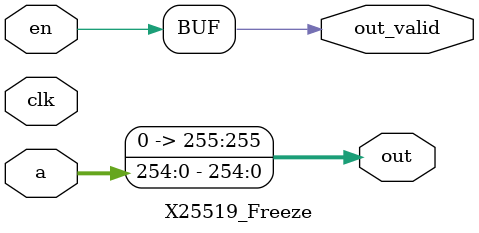
<source format=sv>
`timescale 1ns/1ps
`default_nettype none
/***********************************************************************************************************************
*                                                                                                                      *
* ANTIKERNEL v0.1                                                                                                      *
*                                                                                                                      *
* Copyright (c) 2012-2019 Andrew D. Zonenberg                                                                          *
* All rights reserved.                                                                                                 *
*                                                                                                                      *
* Redistribution and use in source and binary forms, with or without modification, are permitted provided that the     *
* following conditions are met:                                                                                        *
*                                                                                                                      *
*    * Redistributions of source code must retain the above copyright notice, this list of conditions, and the         *
*      following disclaimer.                                                                                           *
*                                                                                                                      *
*    * Redistributions in binary form must reproduce the above copyright notice, this list of conditions and the       *
*      following disclaimer in the documentation and/or other materials provided with the distribution.                *
*                                                                                                                      *
*    * Neither the name of the author nor the names of any contributors may be used to endorse or promote products     *
*      derived from this software without specific prior written permission.                                           *
*                                                                                                                      *
* THIS SOFTWARE IS PROVIDED BY THE AUTHORS "AS IS" AND ANY EXPRESS OR IMPLIED WARRANTIES, INCLUDING, BUT NOT LIMITED   *
* TO, THE IMPLIED WARRANTIES OF MERCHANTABILITY AND FITNESS FOR A PARTICULAR PURPOSE ARE DISCLAIMED. IN NO EVENT SHALL *
* THE AUTHORS BE HELD LIABLE FOR ANY DIRECT, INDIRECT, INCIDENTAL, SPECIAL, EXEMPLARY, OR CONSEQUENTIAL DAMAGES        *
* (INCLUDING, BUT NOT LIMITED TO, PROCUREMENT OF SUBSTITUTE GOODS OR SERVICES; LOSS OF USE, DATA, OR PROFITS; OR       *
* BUSINESS INTERRUPTION) HOWEVER CAUSED AND ON ANY THEORY OF LIABILITY, WHETHER IN CONTRACT, STRICT LIABILITY, OR TORT *
* (INCLUDING NEGLIGENCE OR OTHERWISE) ARISING IN ANY WAY OUT OF THE USE OF THIS SOFTWARE, EVEN IF ADVISED OF THE       *
* POSSIBILITY OF SUCH DAMAGE.                                                                                          *
*                                                                                                                      *
***********************************************************************************************************************/

/**
	@file
	@author Andrew D. Zonenberg
	@brief X25519 reduction

	Derived from freeze() in NaCl crypto_scalarmult/curve25519/ref/smult.c (public domain)

	WTF does this do?
 */
module X25519_Freeze(
	input wire			clk,
	input wire			en,
	input wire[263:0]	a,
	output wire			out_valid,
	output wire[255:0]	out
	);

	////////////////////////////////////////////////////////////////////////////////////////////////////////////////////
	// First stage: save input and add minus_p to it

	/*
	logic[263:0]	minus_p	= 264'h00_8000_0000_0000_0000_0000_0000_0000_0000_0000_0000_0000_0000_0000_0000_0000_0013;
	wire[263:0]		stage2_a;
	wire			stage2_en;

	wire[263:0]		out_raw;

	X25519_Add adder(
		.clk(clk),
		.en(en),
		.a(a),
		.b(minus_p),
		.out_valid(out_valid),
		.out(out_raw)
	);

	assign out = out_raw[253:0];*/

	assign out = {1'b0, a[254:0]};
	assign out_valid = en;

endmodule

</source>
